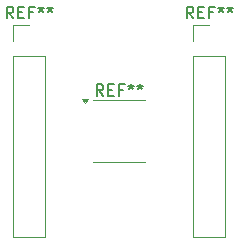
<source format=gbr>
%TF.GenerationSoftware,KiCad,Pcbnew,9.0.3*%
%TF.CreationDate,2025-09-11T11:03:10-04:00*%
%TF.ProjectId,14TSSOPBreakout,31345453-534f-4504-9272-65616b6f7574,rev?*%
%TF.SameCoordinates,Original*%
%TF.FileFunction,Legend,Top*%
%TF.FilePolarity,Positive*%
%FSLAX46Y46*%
G04 Gerber Fmt 4.6, Leading zero omitted, Abs format (unit mm)*
G04 Created by KiCad (PCBNEW 9.0.3) date 2025-09-11 11:03:10*
%MOMM*%
%LPD*%
G01*
G04 APERTURE LIST*
%ADD10C,0.150000*%
%ADD11C,0.120000*%
G04 APERTURE END LIST*
D10*
X151066666Y-74274819D02*
X150733333Y-73798628D01*
X150495238Y-74274819D02*
X150495238Y-73274819D01*
X150495238Y-73274819D02*
X150876190Y-73274819D01*
X150876190Y-73274819D02*
X150971428Y-73322438D01*
X150971428Y-73322438D02*
X151019047Y-73370057D01*
X151019047Y-73370057D02*
X151066666Y-73465295D01*
X151066666Y-73465295D02*
X151066666Y-73608152D01*
X151066666Y-73608152D02*
X151019047Y-73703390D01*
X151019047Y-73703390D02*
X150971428Y-73751009D01*
X150971428Y-73751009D02*
X150876190Y-73798628D01*
X150876190Y-73798628D02*
X150495238Y-73798628D01*
X151495238Y-73751009D02*
X151828571Y-73751009D01*
X151971428Y-74274819D02*
X151495238Y-74274819D01*
X151495238Y-74274819D02*
X151495238Y-73274819D01*
X151495238Y-73274819D02*
X151971428Y-73274819D01*
X152733333Y-73751009D02*
X152400000Y-73751009D01*
X152400000Y-74274819D02*
X152400000Y-73274819D01*
X152400000Y-73274819D02*
X152876190Y-73274819D01*
X153400000Y-73274819D02*
X153400000Y-73512914D01*
X153161905Y-73417676D02*
X153400000Y-73512914D01*
X153400000Y-73512914D02*
X153638095Y-73417676D01*
X153257143Y-73703390D02*
X153400000Y-73512914D01*
X153400000Y-73512914D02*
X153542857Y-73703390D01*
X154161905Y-73274819D02*
X154161905Y-73512914D01*
X153923810Y-73417676D02*
X154161905Y-73512914D01*
X154161905Y-73512914D02*
X154400000Y-73417676D01*
X154019048Y-73703390D02*
X154161905Y-73512914D01*
X154161905Y-73512914D02*
X154304762Y-73703390D01*
X135826666Y-74274819D02*
X135493333Y-73798628D01*
X135255238Y-74274819D02*
X135255238Y-73274819D01*
X135255238Y-73274819D02*
X135636190Y-73274819D01*
X135636190Y-73274819D02*
X135731428Y-73322438D01*
X135731428Y-73322438D02*
X135779047Y-73370057D01*
X135779047Y-73370057D02*
X135826666Y-73465295D01*
X135826666Y-73465295D02*
X135826666Y-73608152D01*
X135826666Y-73608152D02*
X135779047Y-73703390D01*
X135779047Y-73703390D02*
X135731428Y-73751009D01*
X135731428Y-73751009D02*
X135636190Y-73798628D01*
X135636190Y-73798628D02*
X135255238Y-73798628D01*
X136255238Y-73751009D02*
X136588571Y-73751009D01*
X136731428Y-74274819D02*
X136255238Y-74274819D01*
X136255238Y-74274819D02*
X136255238Y-73274819D01*
X136255238Y-73274819D02*
X136731428Y-73274819D01*
X137493333Y-73751009D02*
X137160000Y-73751009D01*
X137160000Y-74274819D02*
X137160000Y-73274819D01*
X137160000Y-73274819D02*
X137636190Y-73274819D01*
X138160000Y-73274819D02*
X138160000Y-73512914D01*
X137921905Y-73417676D02*
X138160000Y-73512914D01*
X138160000Y-73512914D02*
X138398095Y-73417676D01*
X138017143Y-73703390D02*
X138160000Y-73512914D01*
X138160000Y-73512914D02*
X138302857Y-73703390D01*
X138921905Y-73274819D02*
X138921905Y-73512914D01*
X138683810Y-73417676D02*
X138921905Y-73512914D01*
X138921905Y-73512914D02*
X139160000Y-73417676D01*
X138779048Y-73703390D02*
X138921905Y-73512914D01*
X138921905Y-73512914D02*
X139064762Y-73703390D01*
X143446666Y-80824819D02*
X143113333Y-80348628D01*
X142875238Y-80824819D02*
X142875238Y-79824819D01*
X142875238Y-79824819D02*
X143256190Y-79824819D01*
X143256190Y-79824819D02*
X143351428Y-79872438D01*
X143351428Y-79872438D02*
X143399047Y-79920057D01*
X143399047Y-79920057D02*
X143446666Y-80015295D01*
X143446666Y-80015295D02*
X143446666Y-80158152D01*
X143446666Y-80158152D02*
X143399047Y-80253390D01*
X143399047Y-80253390D02*
X143351428Y-80301009D01*
X143351428Y-80301009D02*
X143256190Y-80348628D01*
X143256190Y-80348628D02*
X142875238Y-80348628D01*
X143875238Y-80301009D02*
X144208571Y-80301009D01*
X144351428Y-80824819D02*
X143875238Y-80824819D01*
X143875238Y-80824819D02*
X143875238Y-79824819D01*
X143875238Y-79824819D02*
X144351428Y-79824819D01*
X145113333Y-80301009D02*
X144780000Y-80301009D01*
X144780000Y-80824819D02*
X144780000Y-79824819D01*
X144780000Y-79824819D02*
X145256190Y-79824819D01*
X145780000Y-79824819D02*
X145780000Y-80062914D01*
X145541905Y-79967676D02*
X145780000Y-80062914D01*
X145780000Y-80062914D02*
X146018095Y-79967676D01*
X145637143Y-80253390D02*
X145780000Y-80062914D01*
X145780000Y-80062914D02*
X145922857Y-80253390D01*
X146541905Y-79824819D02*
X146541905Y-80062914D01*
X146303810Y-79967676D02*
X146541905Y-80062914D01*
X146541905Y-80062914D02*
X146780000Y-79967676D01*
X146399048Y-80253390D02*
X146541905Y-80062914D01*
X146541905Y-80062914D02*
X146684762Y-80253390D01*
D11*
%TO.C,REF\u002A\u002A*%
X151020000Y-74820000D02*
X152400000Y-74820000D01*
X151020000Y-76200000D02*
X151020000Y-74820000D01*
X151020000Y-77470000D02*
X151020000Y-92820000D01*
X151020000Y-77470000D02*
X153780000Y-77470000D01*
X151020000Y-92820000D02*
X153780000Y-92820000D01*
X153780000Y-77470000D02*
X153780000Y-92820000D01*
X135780000Y-74820000D02*
X137160000Y-74820000D01*
X135780000Y-76200000D02*
X135780000Y-74820000D01*
X135780000Y-77470000D02*
X135780000Y-92820000D01*
X135780000Y-77470000D02*
X138540000Y-77470000D01*
X135780000Y-92820000D02*
X138540000Y-92820000D01*
X138540000Y-77470000D02*
X138540000Y-92820000D01*
X144780000Y-81210000D02*
X142580000Y-81210000D01*
X144780000Y-81210000D02*
X146980000Y-81210000D01*
X144780000Y-86430000D02*
X142580000Y-86430000D01*
X144780000Y-86430000D02*
X146980000Y-86430000D01*
X141880000Y-81410000D02*
X141640000Y-81080000D01*
X142120000Y-81080000D01*
X141880000Y-81410000D01*
G36*
X141880000Y-81410000D02*
G01*
X141640000Y-81080000D01*
X142120000Y-81080000D01*
X141880000Y-81410000D01*
G37*
%TD*%
M02*

</source>
